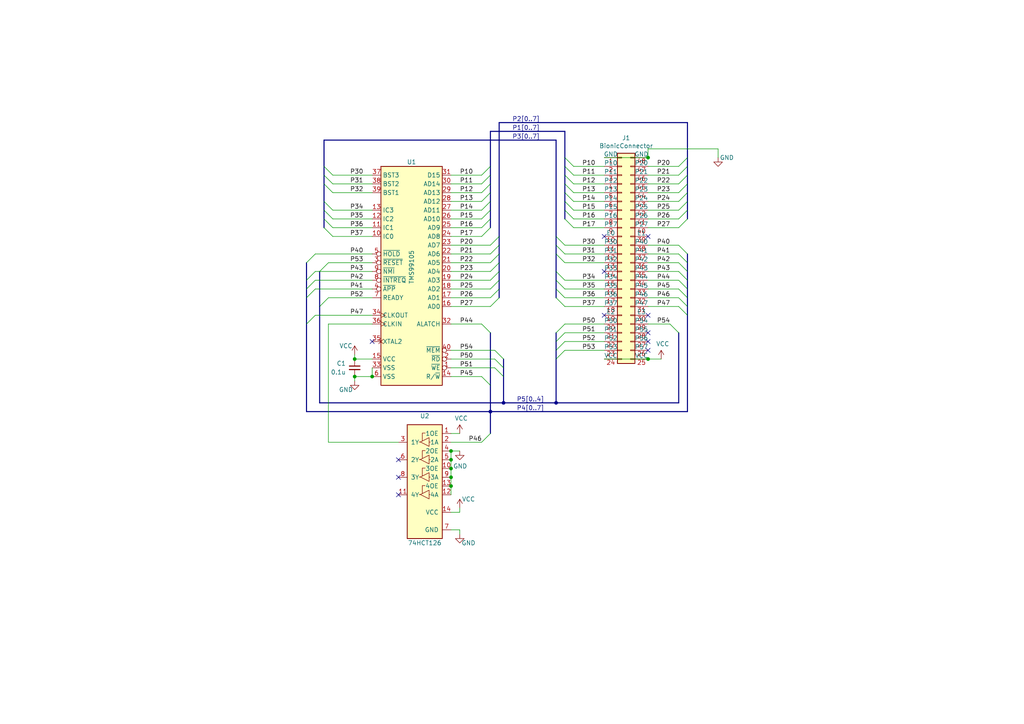
<source format=kicad_sch>
(kicad_sch (version 20211123) (generator eeschema)
  (paper "A4")
  (title_block (title "BionicTMS99105 Mezzanine") (date "2022-01-19") (rev "1") (company "Tadashi G. Takaoka"))
  (lib_symbols
    (symbol "0-LocalLibrary:74HCT126" (pin_names (offset 1.016))
      (property "Reference" "U" (at 0 16.51 0))
      (property "Value" "74HCT126" (at 0 -19.05 0))
      (symbol "74HCT126_0_1"
        (polyline (pts (xy -1.2954 10.2108) (xy -1.6002 10.2108)))
        (polyline (pts (xy 1.2954 10.2362) (xy 1.651 10.2362)))
        (polyline (pts (xy 0.7112 10.5664) (xy 0.7112 12.827) (xy -0.127 12.827) (xy -0.1016 12.827)))
      )
      (symbol "74HCT126_1_0"
        (polyline (pts (xy 1.27 10.2362) (xy -1.27 11.5062) (xy -1.27 8.9662) (xy 1.27 10.2362)) (stroke (width 0.1524)))
        (pin input line (at -7.62 12.7 0) (length 2.54) (name "1OE") (number "1"))
        (pin input line (at -7.62 2.54 0) (length 2.54) (name "3OE") (number "10"))
        (pin tri_state line (at 7.62 -5.08 180) (length 2.54) (name "4Y") (number "11"))
        (pin input line (at -7.62 -5.08 0) (length 2.54) (name "4A") (number "12"))
        (pin input line (at -7.62 -2.54 0) (length 2.54) (name "4OE") (number "13"))
        (pin power_in line (at -7.62 -10.16 0) (length 2.54) (name "VCC") (number "14"))
        (pin input line (at -7.62 10.16 0) (length 2.54) (name "1A") (number "2"))
        (pin tri_state line (at 7.62 10.16 180) (length 2.54) (name "1Y") (number "3"))
        (pin input line (at -7.62 7.62 0) (length 2.54) (name "2OE") (number "4"))
        (pin input line (at -7.62 5.08 0) (length 2.54) (name "2A") (number "5"))
        (pin tri_state line (at 7.62 5.08 180) (length 2.54) (name "2Y") (number "6"))
        (pin power_in line (at -7.62 -15.24 0) (length 2.54) (name "GND") (number "7"))
        (pin tri_state line (at 7.62 0 180) (length 2.54) (name "3Y") (number "8"))
        (pin input line (at -7.62 0 0) (length 2.54) (name "3A") (number "9"))
      )
      (symbol "74HCT126_1_1"
        (rectangle (start -5.08 15.24) (end 5.08 -17.78) (stroke (width 0.254)) (fill (type background)))
        (polyline (pts (xy -1.2954 -5.0292) (xy -1.6002 -5.0292)))
        (polyline (pts (xy -1.2954 0.0508) (xy -1.6002 0.0508)))
        (polyline (pts (xy -1.2954 5.1308) (xy -1.6002 5.1308)))
        (polyline (pts (xy 1.2954 -5.0038) (xy 1.651 -5.0038)))
        (polyline (pts (xy 1.2954 0.0762) (xy 1.651 0.0762)))
        (polyline (pts (xy 1.2954 5.1562) (xy 1.651 5.1562)))
        (polyline (pts (xy 0.7112 -4.6736) (xy 0.7112 -2.413) (xy -0.127 -2.413) (xy -0.1016 -2.413)))
        (polyline (pts (xy 0.7112 0.4064) (xy 0.7112 2.667) (xy -0.127 2.667) (xy -0.1016 2.667)))
        (polyline (pts (xy 0.7112 5.4864) (xy 0.7112 7.747) (xy -0.127 7.747) (xy -0.1016 7.747)))
        (polyline (pts (xy 1.27 -5.0038) (xy -1.27 -3.7338) (xy -1.27 -6.2738) (xy 1.27 -5.0038)) (stroke (width 0.1524)))
        (polyline (pts (xy 1.27 0.0762) (xy -1.27 1.3462) (xy -1.27 -1.1938) (xy 1.27 0.0762)) (stroke (width 0.1524)))
        (polyline (pts (xy 1.27 5.1562) (xy -1.27 6.4262) (xy -1.27 3.8862) (xy 1.27 5.1562)) (stroke (width 0.1524)))
      )
    )
    (symbol "0-LocalLibrary:BionicConnector" (pin_names (offset 0))
      (property "Reference" "J" (at 1.27 30.48 0))
      (property "Value" "BionicConnector" (at 3.81 33.02 0))
      (symbol "BionicConnector_1_1"
        (rectangle (start -1.27 -30.353) (end 0 -30.607) (stroke (width 0.1524)))
        (rectangle (start -1.27 -27.813) (end 0 -28.067) (stroke (width 0.1524)))
        (rectangle (start -1.27 -25.273) (end 0 -25.527) (stroke (width 0.1524)))
        (rectangle (start -1.27 -22.733) (end 0 -22.987) (stroke (width 0.1524)))
        (rectangle (start -1.27 -20.193) (end 0 -20.447) (stroke (width 0.1524)))
        (rectangle (start -1.27 -17.653) (end 0 -17.907) (stroke (width 0.1524)))
        (rectangle (start -1.27 -15.113) (end 0 -15.367) (stroke (width 0.1524)))
        (rectangle (start -1.27 -12.573) (end 0 -12.827) (stroke (width 0.1524)))
        (rectangle (start -1.27 -10.033) (end 0 -10.287) (stroke (width 0.1524)))
        (rectangle (start -1.27 -7.493) (end 0 -7.747) (stroke (width 0.1524)))
        (rectangle (start -1.27 -4.953) (end 0 -5.207) (stroke (width 0.1524)))
        (rectangle (start -1.27 -2.413) (end 0 -2.667) (stroke (width 0.1524)))
        (rectangle (start -1.27 0.127) (end 0 -0.127) (stroke (width 0.1524)))
        (rectangle (start -1.27 2.667) (end 0 2.413) (stroke (width 0.1524)))
        (rectangle (start -1.27 5.207) (end 0 4.953) (stroke (width 0.1524)))
        (rectangle (start -1.27 7.747) (end 0 7.493) (stroke (width 0.1524)))
        (rectangle (start -1.27 10.287) (end 0 10.033) (stroke (width 0.1524)))
        (rectangle (start -1.27 12.827) (end 0 12.573) (stroke (width 0.1524)))
        (rectangle (start -1.27 15.367) (end 0 15.113) (stroke (width 0.1524)))
        (rectangle (start -1.27 17.907) (end 0 17.653) (stroke (width 0.1524)))
        (rectangle (start -1.27 20.447) (end 0 20.193) (stroke (width 0.1524)))
        (rectangle (start -1.27 22.987) (end 0 22.733) (stroke (width 0.1524)))
        (rectangle (start -1.27 25.527) (end 0 25.273) (stroke (width 0.1524)))
        (rectangle (start -1.27 28.067) (end 0 27.813) (stroke (width 0.1524)))
        (rectangle (start -1.27 29.21) (end 3.81 -31.75) (stroke (width 0.254)) (fill (type background)))
        (rectangle (start 3.81 -30.353) (end 2.54 -30.607) (stroke (width 0.1524)))
        (rectangle (start 3.81 -27.813) (end 2.54 -28.067) (stroke (width 0.1524)))
        (rectangle (start 3.81 -25.273) (end 2.54 -25.527) (stroke (width 0.1524)))
        (rectangle (start 3.81 -22.733) (end 2.54 -22.987) (stroke (width 0.1524)))
        (rectangle (start 3.81 -20.193) (end 2.54 -20.447) (stroke (width 0.1524)))
        (rectangle (start 3.81 -17.653) (end 2.54 -17.907) (stroke (width 0.1524)))
        (rectangle (start 3.81 -15.113) (end 2.54 -15.367) (stroke (width 0.1524)))
        (rectangle (start 3.81 -12.573) (end 2.54 -12.827) (stroke (width 0.1524)))
        (rectangle (start 3.81 -10.033) (end 2.54 -10.287) (stroke (width 0.1524)))
        (rectangle (start 3.81 -7.493) (end 2.54 -7.747) (stroke (width 0.1524)))
        (rectangle (start 3.81 -4.953) (end 2.54 -5.207) (stroke (width 0.1524)))
        (rectangle (start 3.81 -2.413) (end 2.54 -2.667) (stroke (width 0.1524)))
        (rectangle (start 3.81 0.127) (end 2.54 -0.127) (stroke (width 0.1524)))
        (rectangle (start 3.81 2.667) (end 2.54 2.413) (stroke (width 0.1524)))
        (rectangle (start 3.81 5.207) (end 2.54 4.953) (stroke (width 0.1524)))
        (rectangle (start 3.81 7.747) (end 2.54 7.493) (stroke (width 0.1524)))
        (rectangle (start 3.81 10.287) (end 2.54 10.033) (stroke (width 0.1524)))
        (rectangle (start 3.81 12.827) (end 2.54 12.573) (stroke (width 0.1524)))
        (rectangle (start 3.81 15.367) (end 2.54 15.113) (stroke (width 0.1524)))
        (rectangle (start 3.81 17.907) (end 2.54 17.653) (stroke (width 0.1524)))
        (rectangle (start 3.81 20.447) (end 2.54 20.193) (stroke (width 0.1524)))
        (rectangle (start 3.81 22.987) (end 2.54 22.733) (stroke (width 0.1524)))
        (rectangle (start 3.81 25.527) (end 2.54 25.273) (stroke (width 0.1524)))
        (rectangle (start 3.81 28.067) (end 2.54 27.813) (stroke (width 0.1524)))
        (pin power_out line (at -5.08 27.94 0) (length 3.81) (name "GND") (number "1"))
        (pin bidirectional line (at -5.08 5.08 0) (length 3.81) (name "E0") (number "10"))
        (pin bidirectional line (at -5.08 2.54 0) (length 3.81) (name "P30") (number "11"))
        (pin bidirectional line (at -5.08 0 0) (length 3.81) (name "P31") (number "12"))
        (pin bidirectional line (at -5.08 -2.54 0) (length 3.81) (name "P32") (number "13"))
        (pin bidirectional line (at -5.08 -5.08 0) (length 3.81) (name "P33") (number "14"))
        (pin bidirectional line (at -5.08 -7.62 0) (length 3.81) (name "P34") (number "15"))
        (pin bidirectional line (at -5.08 -10.16 0) (length 3.81) (name "P35") (number "16"))
        (pin bidirectional line (at -5.08 -12.7 0) (length 3.81) (name "P36") (number "17"))
        (pin bidirectional line (at -5.08 -15.24 0) (length 3.81) (name "P37") (number "18"))
        (pin bidirectional line (at -5.08 -17.78 0) (length 3.81) (name "E2") (number "19"))
        (pin bidirectional line (at -5.08 25.4 0) (length 3.81) (name "P10") (number "2"))
        (pin bidirectional line (at -5.08 -20.32 0) (length 3.81) (name "P50") (number "20"))
        (pin bidirectional line (at -5.08 -22.86 0) (length 3.81) (name "P51") (number "21"))
        (pin bidirectional line (at -5.08 -25.4 0) (length 3.81) (name "P52") (number "22"))
        (pin bidirectional line (at -5.08 -27.94 0) (length 3.81) (name "P53") (number "23"))
        (pin power_out line (at -5.08 -30.48 0) (length 3.81) (name "VCC") (number "24"))
        (pin power_in line (at 7.62 -30.48 180) (length 3.81) (name "VCC") (number "25"))
        (pin bidirectional line (at 7.62 -27.94 180) (length 3.81) (name "P57") (number "26"))
        (pin bidirectional line (at 7.62 -25.4 180) (length 3.81) (name "P56") (number "27"))
        (pin bidirectional line (at 7.62 -22.86 180) (length 3.81) (name "P55") (number "28"))
        (pin bidirectional line (at 7.62 -20.32 180) (length 3.81) (name "P54") (number "29"))
        (pin bidirectional line (at -5.08 22.86 0) (length 3.81) (name "P11") (number "3"))
        (pin bidirectional line (at 7.62 -17.78 180) (length 3.81) (name "E3") (number "30"))
        (pin bidirectional line (at 7.62 -15.24 180) (length 3.81) (name "P47") (number "31"))
        (pin bidirectional line (at 7.62 -12.7 180) (length 3.81) (name "P46") (number "32"))
        (pin bidirectional line (at 7.62 -10.16 180) (length 3.81) (name "P45") (number "33"))
        (pin bidirectional line (at 7.62 -7.62 180) (length 3.81) (name "P44") (number "34"))
        (pin bidirectional line (at 7.62 -5.08 180) (length 3.81) (name "P43") (number "35"))
        (pin bidirectional line (at 7.62 -2.54 180) (length 3.81) (name "P42") (number "36"))
        (pin bidirectional line (at 7.62 0 180) (length 3.81) (name "P41") (number "37"))
        (pin bidirectional line (at 7.62 2.54 180) (length 3.81) (name "P40") (number "38"))
        (pin bidirectional line (at 7.62 5.08 180) (length 3.81) (name "E1") (number "39"))
        (pin bidirectional line (at -5.08 20.32 0) (length 3.81) (name "P12") (number "4"))
        (pin bidirectional line (at 7.62 7.62 180) (length 3.81) (name "P27") (number "40"))
        (pin bidirectional line (at 7.62 10.16 180) (length 3.81) (name "P26") (number "41"))
        (pin bidirectional line (at 7.62 12.7 180) (length 3.81) (name "P25") (number "42"))
        (pin bidirectional line (at 7.62 15.24 180) (length 3.81) (name "P24") (number "43"))
        (pin bidirectional line (at 7.62 17.78 180) (length 3.81) (name "P23") (number "44"))
        (pin bidirectional line (at 7.62 20.32 180) (length 3.81) (name "P22") (number "45"))
        (pin bidirectional line (at 7.62 22.86 180) (length 3.81) (name "P21") (number "46"))
        (pin bidirectional line (at 7.62 25.4 180) (length 3.81) (name "P20") (number "47"))
        (pin power_in line (at 7.62 27.94 180) (length 3.81) (name "GND") (number "48"))
        (pin bidirectional line (at -5.08 17.78 0) (length 3.81) (name "P13") (number "5"))
        (pin bidirectional line (at -5.08 15.24 0) (length 3.81) (name "P14") (number "6"))
        (pin bidirectional line (at -5.08 12.7 0) (length 3.81) (name "P15") (number "7"))
        (pin bidirectional line (at -5.08 10.16 0) (length 3.81) (name "P16") (number "8"))
        (pin bidirectional line (at -5.08 7.62 0) (length 3.81) (name "P17") (number "9"))
      )
    )
    (symbol "0-LocalLibrary:TMS99105"
      (property "Reference" "U" (at -1.27 31.75 0))
      (property "Value" "TMS99105" (at 0 -3.81 90))
      (symbol "TMS99105_0_1"
        (rectangle (start -8.89 -33.02) (end 8.89 30.48) (stroke (width 0.254)) (fill (type background)))
      )
      (symbol "TMS99105_1_1"
        (pin output inverted (at 11.43 -27.94 180) (length 2.54) (name "~{WE}") (number "1"))
        (pin input line (at -11.43 10.16 0) (length 2.54) (name "IC0") (number "10"))
        (pin input line (at -11.43 12.7 0) (length 2.54) (name "IC1") (number "11"))
        (pin input line (at -11.43 15.24 0) (length 2.54) (name "IC2") (number "12"))
        (pin input line (at -11.43 17.78 0) (length 2.54) (name "IC3") (number "13"))
        (pin output line (at 11.43 -30.48 180) (length 2.54) (name "R/~{W}") (number "14"))
        (pin power_in line (at -11.43 -25.4 0) (length 2.54) (name "VCC") (number "15"))
        (pin bidirectional line (at 11.43 -10.16 180) (length 2.54) (name "AD0") (number "16"))
        (pin bidirectional line (at 11.43 -7.62 180) (length 2.54) (name "AD1") (number "17"))
        (pin bidirectional line (at 11.43 -5.08 180) (length 2.54) (name "AD2") (number "18"))
        (pin bidirectional line (at 11.43 -2.54 180) (length 2.54) (name "AD3") (number "19"))
        (pin output inverted (at 11.43 -25.4 180) (length 2.54) (name "~{RD}") (number "2"))
        (pin bidirectional line (at 11.43 0 180) (length 2.54) (name "AD4") (number "20"))
        (pin bidirectional line (at 11.43 2.54 180) (length 2.54) (name "AD5") (number "21"))
        (pin bidirectional line (at 11.43 5.08 180) (length 2.54) (name "AD6") (number "22"))
        (pin bidirectional line (at 11.43 7.62 180) (length 2.54) (name "AD7") (number "23"))
        (pin bidirectional line (at 11.43 10.16 180) (length 2.54) (name "AD8") (number "24"))
        (pin bidirectional line (at 11.43 12.7 180) (length 2.54) (name "AD9") (number "25"))
        (pin bidirectional line (at 11.43 15.24 180) (length 2.54) (name "AD10") (number "26"))
        (pin bidirectional line (at 11.43 17.78 180) (length 2.54) (name "AD11") (number "27"))
        (pin bidirectional line (at 11.43 20.32 180) (length 2.54) (name "AD12") (number "28"))
        (pin bidirectional line (at 11.43 22.86 180) (length 2.54) (name "AD13") (number "29"))
        (pin input inverted (at -11.43 2.54 0) (length 2.54) (name "~{RESET}") (number "3"))
        (pin bidirectional line (at 11.43 25.4 180) (length 2.54) (name "AD14") (number "30"))
        (pin bidirectional line (at 11.43 27.94 180) (length 2.54) (name "D15") (number "31"))
        (pin output line (at 11.43 -15.24 180) (length 2.54) (name "ALATCH") (number "32"))
        (pin power_in line (at -11.43 -27.94 0) (length 2.54) (name "VSS") (number "33"))
        (pin output clock (at -11.43 -12.7 0) (length 2.54) (name "CLKOUT") (number "34"))
        (pin passive non_logic (at -11.43 -20.32 0) (length 2.54) (name "XTAL2") (number "35"))
        (pin input clock (at -11.43 -15.24 0) (length 2.54) (name "CLKIN") (number "36"))
        (pin output line (at -11.43 27.94 0) (length 2.54) (name "BST3") (number "37"))
        (pin output line (at -11.43 25.4 0) (length 2.54) (name "BST2") (number "38"))
        (pin output line (at -11.43 22.86 0) (length 2.54) (name "BST1") (number "39"))
        (pin input inverted (at -11.43 -5.08 0) (length 2.54) (name "~{APP}") (number "4"))
        (pin output inverted (at 11.43 -22.86 180) (length 2.54) (name "~{MEM}") (number "40"))
        (pin input inverted (at -11.43 5.08 0) (length 2.54) (name "~{HOLD}") (number "5"))
        (pin power_in line (at -11.43 -30.48 0) (length 2.54) (name "VSS") (number "6"))
        (pin input line (at -11.43 -7.62 0) (length 2.54) (name "READY") (number "7"))
        (pin input inverted (at -11.43 -2.54 0) (length 2.54) (name "~{INTREQ}") (number "8"))
        (pin input inverted (at -11.43 0 0) (length 2.54) (name "~{NMI}") (number "9"))
      )
    )
    (symbol "Device:C_Small" (pin_numbers hide) (pin_names (offset 0.254) hide)
      (property "Reference" "C" (at 0.254 1.778 0))
      (property "Value" "C_Small" (at 0.254 -2.032 0))
      (symbol "C_Small_0_1"
        (polyline (pts (xy -1.524 -0.508) (xy 1.524 -0.508)) (stroke (width 0.3302)))
        (polyline (pts (xy -1.524 0.508) (xy 1.524 0.508)) (stroke (width 0.3048)))
      )
      (symbol "C_Small_1_1"
        (pin passive line (at 0 2.54 270) (length 2.032) (name "~") (number "1"))
        (pin passive line (at 0 -2.54 90) (length 2.032) (name "~") (number "2"))
      )
    )
    (symbol "power:GND" (power) (pin_names (offset 0))
      (property "Value" "GND" (at 0 -3.81 0))
      (symbol "GND_0_1"
        (polyline (pts (xy 0 0) (xy 0 -1.27) (xy 1.27 -1.27) (xy 0 -2.54) (xy -1.27 -1.27) (xy 0 -1.27)))
      )
      (symbol "GND_1_1"
        (pin power_in line (at 0 0 270) (length 0) hide (name "GND") (number "1"))
      )
    )
    (symbol "power:VCC" (power) (pin_names (offset 0))
      (property "Value" "VCC" (at 0 3.81 0))
      (symbol "VCC_0_1"
        (polyline (pts (xy -0.762 1.27) (xy 0 2.54)))
        (polyline (pts (xy 0 0) (xy 0 2.54)))
        (polyline (pts (xy 0 2.54) (xy 0.762 1.27)))
      )
      (symbol "VCC_1_1"
        (pin power_in line (at 0 0 90) (length 0) hide (name "VCC") (number "1"))
      )
    )
  )
  (junction (at 187.96 104.14))
  (junction (at 130.81 130.81))
  (junction (at 146.05 116.84))
  (junction (at 102.87 109.22))
  (junction (at 130.81 135.89))
  (junction (at 130.81 138.43))
  (junction (at 187.96 45.72))
  (junction (at 130.81 133.35))
  (junction (at 107.95 109.22))
  (junction (at 102.87 104.14))
  (junction (at 161.29 116.84))
  (junction (at 142.24 119.38))
  (junction (at 130.81 140.97))
  (no_connect (at 175.26 91.44))
  (no_connect (at 187.96 91.44))
  (no_connect (at 187.96 101.6))
  (no_connect (at 187.96 96.52))
  (no_connect (at 115.57 143.51))
  (no_connect (at 187.96 99.06))
  (no_connect (at 187.96 68.58))
  (no_connect (at 107.95 99.06))
  (no_connect (at 175.26 68.58))
  (no_connect (at 115.57 138.43))
  (no_connect (at 175.26 78.74))
  (no_connect (at 115.57 133.35))
  (bus_entry (at 91.44 73.66) (size -2.54 2.54))
  (bus_entry (at 143.51 101.6) (size 2.54 2.54))
  (bus_entry (at 166.37 53.34) (size -2.54 -2.54))
  (bus_entry (at 199.39 55.88) (size -2.54 2.54))
  (bus_entry (at 196.85 96.52) (size -2.54 -2.54))
  (bus_entry (at 163.83 93.98) (size -2.54 2.54))
  (bus_entry (at 144.78 78.74) (size -2.54 2.54))
  (bus_entry (at 163.83 96.52) (size -2.54 2.54))
  (bus_entry (at 139.7 60.96) (size 2.54 -2.54))
  (bus_entry (at 142.24 96.52) (size -2.54 -2.54))
  (bus_entry (at 163.83 71.12) (size -2.54 -2.54))
  (bus_entry (at 143.51 106.68) (size 2.54 2.54))
  (bus_entry (at 92.71 88.9) (size 2.54 -2.54))
  (bus_entry (at 139.7 55.88) (size 2.54 -2.54))
  (bus_entry (at 163.83 99.06) (size -2.54 2.54))
  (bus_entry (at 166.37 50.8) (size -2.54 -2.54))
  (bus_entry (at 199.39 48.26) (size -2.54 2.54))
  (bus_entry (at 144.78 86.36) (size -2.54 2.54))
  (bus_entry (at 161.29 86.36) (size 2.54 2.54))
  (bus_entry (at 199.39 60.96) (size -2.54 2.54))
  (bus_entry (at 199.39 45.72) (size -2.54 2.54))
  (bus_entry (at 143.51 104.14) (size 2.54 2.54))
  (bus_entry (at 139.7 66.04) (size 2.54 -2.54))
  (bus_entry (at 96.52 66.04) (size -2.54 -2.54))
  (bus_entry (at 196.85 73.66) (size 2.54 2.54))
  (bus_entry (at 196.85 88.9) (size 2.54 2.54))
  (bus_entry (at 139.7 58.42) (size 2.54 -2.54))
  (bus_entry (at 199.39 58.42) (size -2.54 2.54))
  (bus_entry (at 161.29 73.66) (size 2.54 2.54))
  (bus_entry (at 163.83 101.6) (size -2.54 2.54))
  (bus_entry (at 142.24 125.73) (size -2.54 2.54))
  (bus_entry (at 96.52 60.96) (size -2.54 -2.54))
  (bus_entry (at 96.52 68.58) (size -2.54 -2.54))
  (bus_entry (at 91.44 81.28) (size -2.54 2.54))
  (bus_entry (at 96.52 53.34) (size -2.54 -2.54))
  (bus_entry (at 144.78 81.28) (size -2.54 2.54))
  (bus_entry (at 199.39 50.8) (size -2.54 2.54))
  (bus_entry (at 166.37 60.96) (size -2.54 -2.54))
  (bus_entry (at 96.52 55.88) (size -2.54 -2.54))
  (bus_entry (at 92.71 78.74) (size 2.54 -2.54))
  (bus_entry (at 196.85 83.82) (size 2.54 2.54))
  (bus_entry (at 144.78 73.66) (size -2.54 2.54))
  (bus_entry (at 142.24 111.76) (size -2.54 -2.54))
  (bus_entry (at 166.37 66.04) (size -2.54 -2.54))
  (bus_entry (at 139.7 53.34) (size 2.54 -2.54))
  (bus_entry (at 139.7 50.8) (size 2.54 -2.54))
  (bus_entry (at 196.85 81.28) (size 2.54 2.54))
  (bus_entry (at 196.85 76.2) (size 2.54 2.54))
  (bus_entry (at 161.29 81.28) (size 2.54 2.54))
  (bus_entry (at 144.78 83.82) (size -2.54 2.54))
  (bus_entry (at 144.78 71.12) (size -2.54 2.54))
  (bus_entry (at 91.44 78.74) (size -2.54 2.54))
  (bus_entry (at 196.85 71.12) (size 2.54 2.54))
  (bus_entry (at 144.78 68.58) (size -2.54 2.54))
  (bus_entry (at 91.44 83.82) (size -2.54 2.54))
  (bus_entry (at 161.29 71.12) (size 2.54 2.54))
  (bus_entry (at 166.37 48.26) (size -2.54 -2.54))
  (bus_entry (at 199.39 63.5) (size -2.54 2.54))
  (bus_entry (at 166.37 55.88) (size -2.54 -2.54))
  (bus_entry (at 91.44 91.44) (size -2.54 2.54))
  (bus_entry (at 139.7 68.58) (size 2.54 -2.54))
  (bus_entry (at 196.85 78.74) (size 2.54 2.54))
  (bus_entry (at 96.52 63.5) (size -2.54 -2.54))
  (bus_entry (at 161.29 83.82) (size 2.54 2.54))
  (bus_entry (at 199.39 53.34) (size -2.54 2.54))
  (bus_entry (at 166.37 63.5) (size -2.54 -2.54))
  (bus_entry (at 199.39 88.9) (size -2.54 -2.54))
  (bus_entry (at 166.37 58.42) (size -2.54 -2.54))
  (bus_entry (at 96.52 50.8) (size -2.54 -2.54))
  (bus_entry (at 161.29 78.74) (size 2.54 2.54))
  (bus_entry (at 144.78 76.2) (size -2.54 2.54))
  (bus_entry (at 139.7 63.5) (size 2.54 -2.54))
  (wire (pts (xy 187.96 93.98) (xy 194.31 93.98)))
  (wire (pts (xy 187.96 73.66) (xy 196.85 73.66)))
  (wire (pts (xy 102.87 104.14) (xy 107.95 104.14)))
  (wire (pts (xy 175.26 76.2) (xy 163.83 76.2)))
  (wire (pts (xy 187.96 63.5) (xy 196.85 63.5)))
  (wire (pts (xy 130.81 130.81) (xy 133.35 130.81)))
  (wire (pts (xy 130.81 93.98) (xy 139.7 93.98)))
  (bus (pts (xy 161.29 81.28) (xy 161.29 83.82)))
  (wire (pts (xy 187.96 43.18) (xy 187.96 45.72)))
  (wire (pts (xy 95.25 93.98) (xy 107.95 93.98)))
  (bus (pts (xy 199.39 88.9) (xy 199.39 91.44)))
  (bus (pts (xy 88.9 86.36) (xy 88.9 93.98)))
  (bus (pts (xy 146.05 116.84) (xy 92.71 116.84)))
  (wire (pts (xy 130.81 66.04) (xy 139.7 66.04)))
  (bus (pts (xy 199.39 48.26) (xy 199.39 50.8)))
  (bus (pts (xy 144.78 83.82) (xy 144.78 86.36)))
  (bus (pts (xy 142.24 63.5) (xy 142.24 66.04)))
  (wire (pts (xy 130.81 53.34) (xy 139.7 53.34)))
  (wire (pts (xy 175.26 104.14) (xy 187.96 104.14)))
  (wire (pts (xy 175.26 81.28) (xy 163.83 81.28)))
  (bus (pts (xy 142.24 119.38) (xy 199.39 119.38)))
  (bus (pts (xy 161.29 101.6) (xy 161.29 104.14)))
  (wire (pts (xy 130.81 135.89) (xy 130.81 133.35)))
  (wire (pts (xy 115.57 128.27) (xy 95.25 128.27)))
  (bus (pts (xy 93.98 48.26) (xy 93.98 50.8)))
  (wire (pts (xy 130.81 71.12) (xy 142.24 71.12)))
  (bus (pts (xy 144.78 68.58) (xy 144.78 71.12)))
  (wire (pts (xy 163.83 93.98) (xy 175.26 93.98)))
  (wire (pts (xy 91.44 78.74) (xy 92.71 78.74)))
  (wire (pts (xy 187.96 88.9) (xy 196.85 88.9)))
  (wire (pts (xy 130.81 106.68) (xy 143.51 106.68)))
  (bus (pts (xy 93.98 58.42) (xy 93.98 60.96)))
  (bus (pts (xy 199.39 86.36) (xy 199.39 88.9)))
  (wire (pts (xy 175.26 53.34) (xy 166.37 53.34)))
  (bus (pts (xy 93.98 50.8) (xy 93.98 53.34)))
  (bus (pts (xy 146.05 109.22) (xy 146.05 116.84)))
  (wire (pts (xy 133.35 154.94) (xy 133.35 153.67)))
  (wire (pts (xy 163.83 96.52) (xy 175.26 96.52)))
  (wire (pts (xy 130.81 76.2) (xy 142.24 76.2)))
  (bus (pts (xy 142.24 55.88) (xy 142.24 58.42)))
  (bus (pts (xy 199.39 50.8) (xy 199.39 53.34)))
  (wire (pts (xy 163.83 99.06) (xy 175.26 99.06)))
  (wire (pts (xy 163.83 88.9) (xy 175.26 88.9)))
  (wire (pts (xy 175.26 83.82) (xy 163.83 83.82)))
  (wire (pts (xy 130.81 58.42) (xy 139.7 58.42)))
  (bus (pts (xy 161.29 99.06) (xy 161.29 101.6)))
  (wire (pts (xy 187.96 53.34) (xy 196.85 53.34)))
  (wire (pts (xy 187.96 86.36) (xy 196.85 86.36)))
  (bus (pts (xy 146.05 104.14) (xy 146.05 106.68)))
  (wire (pts (xy 130.81 60.96) (xy 139.7 60.96)))
  (bus (pts (xy 163.83 55.88) (xy 163.83 58.42)))
  (bus (pts (xy 163.83 50.8) (xy 163.83 53.34)))
  (wire (pts (xy 130.81 88.9) (xy 142.24 88.9)))
  (wire (pts (xy 130.81 55.88) (xy 139.7 55.88)))
  (bus (pts (xy 199.39 83.82) (xy 199.39 86.36)))
  (wire (pts (xy 130.81 63.5) (xy 139.7 63.5)))
  (wire (pts (xy 175.26 48.26) (xy 166.37 48.26)))
  (bus (pts (xy 93.98 60.96) (xy 93.98 63.5)))
  (wire (pts (xy 91.44 83.82) (xy 107.95 83.82)))
  (bus (pts (xy 161.29 83.82) (xy 161.29 86.36)))
  (bus (pts (xy 142.24 38.1) (xy 163.83 38.1)))
  (wire (pts (xy 107.95 50.8) (xy 96.52 50.8)))
  (wire (pts (xy 130.81 78.74) (xy 142.24 78.74)))
  (wire (pts (xy 102.87 104.14) (xy 102.87 102.87)))
  (bus (pts (xy 142.24 53.34) (xy 142.24 55.88)))
  (bus (pts (xy 142.24 60.96) (xy 142.24 63.5)))
  (wire (pts (xy 130.81 130.81) (xy 130.81 133.35)))
  (wire (pts (xy 107.95 60.96) (xy 96.52 60.96)))
  (bus (pts (xy 142.24 48.26) (xy 142.24 50.8)))
  (bus (pts (xy 144.78 76.2) (xy 144.78 78.74)))
  (wire (pts (xy 130.81 104.14) (xy 143.51 104.14)))
  (bus (pts (xy 161.29 96.52) (xy 161.29 99.06)))
  (wire (pts (xy 187.96 83.82) (xy 196.85 83.82)))
  (wire (pts (xy 187.96 81.28) (xy 196.85 81.28)))
  (bus (pts (xy 161.29 78.74) (xy 161.29 81.28)))
  (bus (pts (xy 163.83 53.34) (xy 163.83 55.88)))
  (bus (pts (xy 196.85 96.52) (xy 196.85 116.84)))
  (wire (pts (xy 163.83 86.36) (xy 175.26 86.36)))
  (wire (pts (xy 187.96 55.88) (xy 196.85 55.88)))
  (bus (pts (xy 146.05 106.68) (xy 146.05 109.22)))
  (wire (pts (xy 175.26 58.42) (xy 166.37 58.42)))
  (wire (pts (xy 130.81 109.22) (xy 139.7 109.22)))
  (bus (pts (xy 93.98 53.34) (xy 93.98 58.42)))
  (wire (pts (xy 130.81 101.6) (xy 143.51 101.6)))
  (wire (pts (xy 187.96 48.26) (xy 196.85 48.26)))
  (wire (pts (xy 95.25 86.36) (xy 107.95 86.36)))
  (bus (pts (xy 199.39 45.72) (xy 199.39 48.26)))
  (bus (pts (xy 144.78 73.66) (xy 144.78 76.2)))
  (wire (pts (xy 163.83 101.6) (xy 175.26 101.6)))
  (wire (pts (xy 130.81 128.27) (xy 139.7 128.27)))
  (wire (pts (xy 130.81 138.43) (xy 130.81 135.89)))
  (wire (pts (xy 187.96 43.18) (xy 208.28 43.18)))
  (bus (pts (xy 93.98 63.5) (xy 93.98 66.04)))
  (bus (pts (xy 88.9 119.38) (xy 142.24 119.38)))
  (bus (pts (xy 144.78 35.56) (xy 199.39 35.56)))
  (wire (pts (xy 175.26 73.66) (xy 163.83 73.66)))
  (bus (pts (xy 142.24 38.1) (xy 142.24 48.26)))
  (wire (pts (xy 107.95 55.88) (xy 96.52 55.88)))
  (wire (pts (xy 130.81 50.8) (xy 139.7 50.8)))
  (bus (pts (xy 161.29 116.84) (xy 146.05 116.84)))
  (wire (pts (xy 107.95 106.68) (xy 107.95 109.22)))
  (bus (pts (xy 199.39 35.56) (xy 199.39 45.72)))
  (bus (pts (xy 163.83 48.26) (xy 163.83 50.8)))
  (wire (pts (xy 133.35 148.59) (xy 133.35 147.32)))
  (wire (pts (xy 95.25 128.27) (xy 95.25 93.98)))
  (bus (pts (xy 144.78 81.28) (xy 144.78 83.82)))
  (wire (pts (xy 175.26 71.12) (xy 163.83 71.12)))
  (wire (pts (xy 130.81 125.73) (xy 133.35 125.73)))
  (wire (pts (xy 107.95 68.58) (xy 96.52 68.58)))
  (bus (pts (xy 163.83 38.1) (xy 163.83 45.72)))
  (bus (pts (xy 199.39 81.28) (xy 199.39 83.82)))
  (bus (pts (xy 142.24 58.42) (xy 142.24 60.96)))
  (bus (pts (xy 199.39 91.44) (xy 199.39 119.38)))
  (bus (pts (xy 144.78 71.12) (xy 144.78 73.66)))
  (bus (pts (xy 142.24 50.8) (xy 142.24 53.34)))
  (wire (pts (xy 107.95 73.66) (xy 91.44 73.66)))
  (bus (pts (xy 142.24 111.76) (xy 142.24 119.38)))
  (bus (pts (xy 88.9 83.82) (xy 88.9 86.36)))
  (bus (pts (xy 161.29 73.66) (xy 161.29 78.74)))
  (wire (pts (xy 175.26 66.04) (xy 166.37 66.04)))
  (bus (pts (xy 196.85 116.84) (xy 161.29 116.84)))
  (wire (pts (xy 107.95 81.28) (xy 91.44 81.28)))
  (wire (pts (xy 187.96 66.04) (xy 196.85 66.04)))
  (bus (pts (xy 199.39 78.74) (xy 199.39 81.28)))
  (wire (pts (xy 107.95 63.5) (xy 96.52 63.5)))
  (bus (pts (xy 163.83 60.96) (xy 163.83 63.5)))
  (wire (pts (xy 92.71 78.74) (xy 107.95 78.74)))
  (wire (pts (xy 130.81 73.66) (xy 142.24 73.66)))
  (bus (pts (xy 92.71 78.74) (xy 92.71 88.9)))
  (bus (pts (xy 161.29 71.12) (xy 161.29 73.66)))
  (bus (pts (xy 88.9 93.98) (xy 88.9 119.38)))
  (bus (pts (xy 142.24 119.38) (xy 142.24 125.73)))
  (bus (pts (xy 199.39 55.88) (xy 199.39 58.42)))
  (wire (pts (xy 187.96 71.12) (xy 196.85 71.12)))
  (wire (pts (xy 130.81 68.58) (xy 139.7 68.58)))
  (bus (pts (xy 144.78 78.74) (xy 144.78 81.28)))
  (bus (pts (xy 163.83 58.42) (xy 163.83 60.96)))
  (bus (pts (xy 199.39 58.42) (xy 199.39 60.96)))
  (bus (pts (xy 199.39 73.66) (xy 199.39 76.2)))
  (wire (pts (xy 102.87 109.22) (xy 107.95 109.22)))
  (wire (pts (xy 208.28 43.18) (xy 208.28 45.72)))
  (wire (pts (xy 187.96 50.8) (xy 196.85 50.8)))
  (wire (pts (xy 130.81 81.28) (xy 142.24 81.28)))
  (wire (pts (xy 130.81 86.36) (xy 142.24 86.36)))
  (bus (pts (xy 92.71 88.9) (xy 92.71 116.84)))
  (wire (pts (xy 130.81 140.97) (xy 130.81 138.43)))
  (bus (pts (xy 144.78 68.58) (xy 144.78 35.56)))
  (wire (pts (xy 175.26 63.5) (xy 166.37 63.5)))
  (wire (pts (xy 95.25 76.2) (xy 107.95 76.2)))
  (wire (pts (xy 130.81 83.82) (xy 142.24 83.82)))
  (bus (pts (xy 199.39 76.2) (xy 199.39 78.74)))
  (wire (pts (xy 130.81 153.67) (xy 133.35 153.67)))
  (wire (pts (xy 133.35 148.59) (xy 130.81 148.59)))
  (bus (pts (xy 161.29 104.14) (xy 161.29 116.84)))
  (wire (pts (xy 187.96 76.2) (xy 196.85 76.2)))
  (wire (pts (xy 102.87 110.49) (xy 102.87 109.22)))
  (wire (pts (xy 187.96 58.42) (xy 196.85 58.42)))
  (bus (pts (xy 199.39 53.34) (xy 199.39 55.88)))
  (bus (pts (xy 93.98 40.64) (xy 161.29 40.64)))
  (wire (pts (xy 107.95 53.34) (xy 96.52 53.34)))
  (wire (pts (xy 175.26 60.96) (xy 166.37 60.96)))
  (wire (pts (xy 187.96 78.74) (xy 196.85 78.74)))
  (wire (pts (xy 107.95 66.04) (xy 96.52 66.04)))
  (bus (pts (xy 142.24 96.52) (xy 142.24 111.76)))
  (bus (pts (xy 161.29 40.64) (xy 161.29 68.58)))
  (wire (pts (xy 187.96 104.14) (xy 191.77 104.14)))
  (bus (pts (xy 163.83 45.72) (xy 163.83 48.26)))
  (bus (pts (xy 88.9 81.28) (xy 88.9 83.82)))
  (bus (pts (xy 199.39 60.96) (xy 199.39 63.5)))
  (wire (pts (xy 175.26 55.88) (xy 166.37 55.88)))
  (bus (pts (xy 93.98 40.64) (xy 93.98 48.26)))
  (wire (pts (xy 175.26 45.72) (xy 187.96 45.72)))
  (bus (pts (xy 161.29 68.58) (xy 161.29 71.12)))
  (wire (pts (xy 107.95 91.44) (xy 91.44 91.44)))
  (wire (pts (xy 175.26 50.8) (xy 166.37 50.8)))
  (wire (pts (xy 187.96 60.96) (xy 196.85 60.96)))
  (bus (pts (xy 88.9 76.2) (xy 88.9 81.28)))
  (wire (pts (xy 130.81 143.51) (xy 130.81 140.97)))
  (label "P2[0..7]" (at 148.59 35.56 0))
  (label "P14" (at 172.72 58.42 180))
  (label "P10" (at 172.72 48.26 180))
  (label "P30" (at 105.41 50.8 180))
  (label "P40" (at 190.5 71.12 0))
  (label "P26" (at 190.5 63.5 0))
  (label "P36" (at 105.41 66.04 180))
  (label "P54" (at 190.5 93.98 0))
  (label "P21" (at 190.5 50.8 0))
  (label "P37" (at 105.41 68.58 180))
  (label "P15" (at 172.72 60.96 180))
  (label "P24" (at 190.5 58.42 0))
  (label "P25" (at 190.5 60.96 0))
  (label "P34" (at 105.41 60.96 180))
  (label "P50" (at 172.72 93.98 180))
  (label "P42" (at 190.5 76.2 0))
  (label "P24" (at 133.35 81.28 0))
  (label "P4[0..7]" (at 149.86 119.38 0))
  (label "P15" (at 133.35 63.5 0))
  (label "P13" (at 133.35 58.42 0))
  (label "P32" (at 105.41 55.88 180))
  (label "P23" (at 133.35 78.74 0))
  (label "P51" (at 133.35 106.68 0))
  (label "P3[0..7]" (at 148.59 40.64 0))
  (label "P23" (at 190.5 55.88 0))
  (label "P51" (at 172.72 96.52 180))
  (label "P52" (at 172.72 99.06 180))
  (label "P21" (at 133.35 73.66 0))
  (label "P17" (at 172.72 66.04 180))
  (label "P25" (at 133.35 83.82 0))
  (label "P12" (at 172.72 53.34 180))
  (label "P41" (at 190.5 73.66 0))
  (label "P16" (at 133.35 66.04 0))
  (label "P20" (at 190.5 48.26 0))
  (label "P40" (at 105.41 73.66 180))
  (label "P47" (at 190.5 88.9 0))
  (label "P22" (at 190.5 53.34 0))
  (label "P46" (at 190.5 86.36 0))
  (label "P47" (at 105.41 91.44 180))
  (label "P52" (at 105.41 86.36 180))
  (label "P16" (at 172.72 63.5 180))
  (label "P53" (at 105.41 76.2 180))
  (label "P35" (at 172.72 83.82 180))
  (label "P54" (at 133.35 101.6 0))
  (label "P37" (at 172.72 88.9 180))
  (label "P27" (at 133.35 88.9 0))
  (label "P27" (at 190.5 66.04 0))
  (label "P17" (at 133.35 68.58 0))
  (label "P31" (at 105.41 53.34 180))
  (label "P44" (at 133.35 93.98 0))
  (label "P42" (at 105.41 81.28 180))
  (label "P5[0..4]" (at 149.86 116.84 0))
  (label "P12" (at 133.35 55.88 0))
  (label "P11" (at 172.72 50.8 180))
  (label "P43" (at 105.41 78.74 180))
  (label "P11" (at 133.35 53.34 0))
  (label "P31" (at 172.72 73.66 180))
  (label "P10" (at 133.35 50.8 0))
  (label "P50" (at 133.35 104.14 0))
  (label "P14" (at 133.35 60.96 0))
  (label "P22" (at 133.35 76.2 0))
  (label "P34" (at 172.72 81.28 180))
  (label "P26" (at 133.35 86.36 0))
  (label "P30" (at 172.72 71.12 180))
  (label "P20" (at 133.35 71.12 0))
  (label "P45" (at 133.35 109.22 0))
  (label "P35" (at 105.41 63.5 180))
  (label "P45" (at 190.5 83.82 0))
  (label "P36" (at 172.72 86.36 180))
  (label "P53" (at 172.72 101.6 180))
  (label "P43" (at 190.5 78.74 0))
  (label "P44" (at 190.5 81.28 0))
  (label "P41" (at 105.41 83.82 180))
  (label "P13" (at 172.72 55.88 180))
  (label "P1[0..7]" (at 148.59 38.1 0))
  (label "P46" (at 135.89 128.27 0))
  (label "P32" (at 172.72 76.2 180))
  (symbol (lib_id "power:VCC") (at 102.87 102.87 0) (mirror y) (unit 1)
    (property "Reference" "#PWR03" (effects hide))
    (property "Value" "VCC" (at 100.33 100.33 0))
  )
  (symbol (lib_id "power:GND") (at 102.87 110.49 0) (mirror y) (unit 1)
    (property "Reference" "#PWR04" (effects hide))
    (property "Value" "GND" (at 100.33 113.03 0))
  )
  (symbol (lib_id "Device:C_Small") (at 102.87 106.68 0) (mirror y) (unit 1)
    (property "Reference" "C1" (at 100.33 105.41 0) (effects (justify left)))
    (property "Value" "0.1u" (at 100.33 107.95 0) (effects (justify left)))
    (property "Footprint" "Capacitor_THT:C_Disc_D3.4mm_W2.1mm_P2.50mm" (effects hide))
  )
  (symbol (lib_id "0-LocalLibrary:74HCT126") (at 123.19 138.43 0) (mirror y) (unit 1)
    (property "Reference" "U2" (at 123.19 120.65 0))
    (property "Value" "74HCT126" (at 123.19 157.48 0))
    (property "Footprint" "Package_DIP:DIP-14_W7.62mm" (effects hide))
    (property "Datasheet" "https://www.ti.com/lit/ds/symlink/cd74hct126.pdf" (effects hide))
  )
  (symbol (lib_id "power:VCC") (at 133.35 147.32 0) (unit 1)
    (property "Reference" "#PWR07" (effects hide))
    (property "Value" "VCC" (at 135.89 144.78 0))
  )
  (symbol (lib_id "power:GND") (at 133.35 154.94 0) (unit 1)
    (property "Reference" "#PWR08" (effects hide))
    (property "Value" "GND" (at 135.89 157.48 0))
  )
  (symbol (lib_id "power:VCC") (at 133.35 125.73 0) (unit 1)
    (property "Reference" "#PWR02" (effects hide))
    (property "Value" "VCC" (at 133.7818 121.3358 0))
  )
  (symbol (lib_id "power:GND") (at 133.35 130.81 0) (unit 1)
    (property "Reference" "#PWR06" (effects hide))
    (property "Value" "GND" (at 133.477 135.2042 0))
  )
  (symbol (lib_id "power:GND") (at 208.28 45.72 0) (unit 1)
    (property "Reference" "#PWR0101" (effects hide))
    (property "Value" "GND" (at 210.82 45.72 0))
  )
  (symbol (lib_id "power:VCC") (at 191.77 104.14 0) (unit 1)
    (property "Reference" "#PWR0102" (effects hide))
    (property "Value" "VCC" (at 192.2018 99.7458 0))
  )
  (symbol (lib_id "0-LocalLibrary:TMS99105") (at 119.38 78.74 0) (unit 1)
    (property "Reference" "U1" (at 119.38 46.99 0))
    (property "Value" "TMS99105" (at 119.38 77.47 90))
    (property "Footprint" "Package_DIP:DIP-40_W15.24mm" (effects hide))
    (property "Datasheet" "http://www.bitsavers.org/components/ti/TMS9900/TMS99105A_and_TMS99110A_16-Bit_Microprocessors_Preliminary_Data_Manual_Nov82.pdf" (effects hide))
  )
  (symbol (lib_id "0-LocalLibrary:BionicConnector") (at 180.34 73.66 0) (unit 1)
    (property "Reference" "J1" (at 181.61 40.005 0))
    (property "Value" "BionicConnector" (at 181.61 42.3164 0))
    (property "Footprint" "0-LocalLibrary:DIP-48_W7.62mm" (effects hide))
    (property "Datasheet" "https://www.arieselec.com/wp-content/uploads/2020/02/10001-universal-dip-zif-test-socket.pdf" (effects hide))
  )
)
</source>
